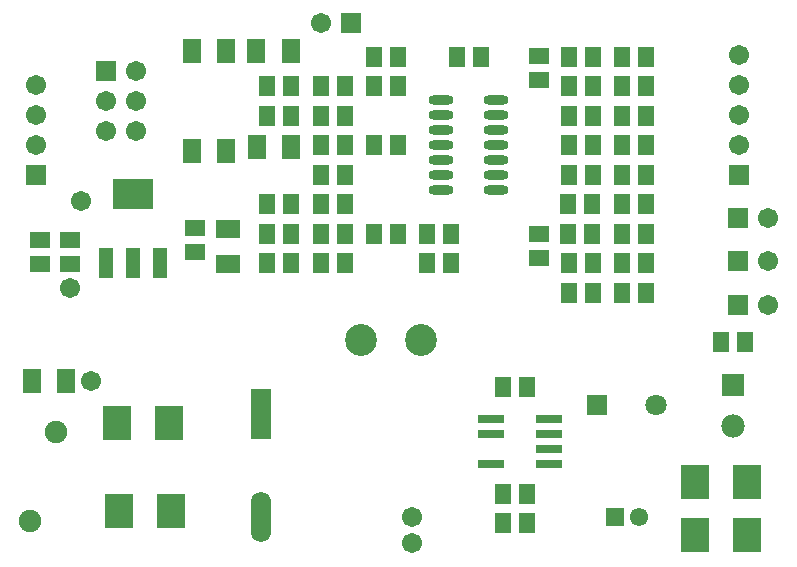
<source format=gts>
G04 Layer_Color=8388736*
%FSLAX44Y44*%
%MOMM*%
G71*
G01*
G75*
%ADD44R,1.8034X1.4732*%
%ADD45R,1.4732X1.8034*%
%ADD46R,1.5032X2.0532*%
%ADD47R,2.3622X2.9462*%
%ADD48R,2.0532X1.5032*%
%ADD49O,2.1032X0.8032*%
%ADD50R,1.7032X4.2672*%
%ADD51O,1.7032X4.2672*%
%ADD52R,2.2032X0.8032*%
%ADD53R,1.2032X2.6032*%
%ADD54R,3.5032X2.6032*%
%ADD55C,1.7032*%
%ADD56R,1.7032X1.7032*%
%ADD57C,1.7032*%
%ADD58C,1.9832*%
%ADD59R,1.9832X1.9832*%
%ADD60C,2.7032*%
%ADD61R,1.7032X1.7032*%
%ADD62R,1.8032X1.8032*%
%ADD63C,1.8032*%
%ADD64R,1.5532X1.5532*%
%ADD65C,1.5532*%
%ADD66C,1.9032*%
D44*
X475880Y410000D02*
D03*
Y430320D02*
D03*
X53340Y274320D02*
D03*
Y254000D02*
D03*
X78740Y274320D02*
D03*
Y254000D02*
D03*
X184150Y264160D02*
D03*
Y284480D02*
D03*
X475880Y280160D02*
D03*
Y259840D02*
D03*
D45*
X566040Y430000D02*
D03*
X545720D02*
D03*
X629920Y187960D02*
D03*
X650240D02*
D03*
X444840Y60000D02*
D03*
X465160D02*
D03*
X465160Y35000D02*
D03*
X444840D02*
D03*
X444840Y150000D02*
D03*
X465160D02*
D03*
X545720Y405000D02*
D03*
X566040D02*
D03*
X545880Y355000D02*
D03*
X566200D02*
D03*
X265430Y304800D02*
D03*
X245110D02*
D03*
X521200Y405000D02*
D03*
X500880D02*
D03*
X566040Y380000D02*
D03*
X545720D02*
D03*
X500720Y430000D02*
D03*
X521040D02*
D03*
X521040Y380000D02*
D03*
X500720D02*
D03*
X566200Y330000D02*
D03*
X545880D02*
D03*
X521040Y355000D02*
D03*
X500720D02*
D03*
X500720Y230000D02*
D03*
X521040D02*
D03*
X520880Y280000D02*
D03*
X500560D02*
D03*
X566040Y230000D02*
D03*
X545720D02*
D03*
X500720Y255000D02*
D03*
X521040D02*
D03*
X520880Y305000D02*
D03*
X500560D02*
D03*
X566040Y280000D02*
D03*
X545720D02*
D03*
X521040Y330000D02*
D03*
X500720D02*
D03*
X335720Y280000D02*
D03*
X356040D02*
D03*
X380720Y255000D02*
D03*
X401040D02*
D03*
X290720Y280000D02*
D03*
X311040D02*
D03*
X380720D02*
D03*
X401040D02*
D03*
X290720Y305000D02*
D03*
X311040D02*
D03*
X245560Y280000D02*
D03*
X265880D02*
D03*
X290720Y330000D02*
D03*
X311040D02*
D03*
X335720Y405000D02*
D03*
X356040D02*
D03*
X335720Y430000D02*
D03*
X356040D02*
D03*
X290720Y405000D02*
D03*
X311040D02*
D03*
X405880Y430000D02*
D03*
X426200D02*
D03*
X290880Y380000D02*
D03*
X311200D02*
D03*
X290720Y355000D02*
D03*
X311040D02*
D03*
X545720Y255000D02*
D03*
X566040D02*
D03*
X545720Y305000D02*
D03*
X566040D02*
D03*
X290720Y255000D02*
D03*
X311040D02*
D03*
X266040Y405000D02*
D03*
X245720D02*
D03*
X265880Y380000D02*
D03*
X245560D02*
D03*
X356040Y355000D02*
D03*
X335720D02*
D03*
X245560Y255000D02*
D03*
X265880D02*
D03*
D46*
X75000Y155000D02*
D03*
X46000D02*
D03*
X236380Y435000D02*
D03*
X265380D02*
D03*
X181880D02*
D03*
X210880D02*
D03*
X236960Y353060D02*
D03*
X265960D02*
D03*
X181880Y350000D02*
D03*
X210880D02*
D03*
D47*
X607900Y70000D02*
D03*
X652100D02*
D03*
X607900Y25000D02*
D03*
X652100D02*
D03*
X162100Y120000D02*
D03*
X117900D02*
D03*
X120000Y45000D02*
D03*
X164200D02*
D03*
D48*
X212090Y254740D02*
D03*
Y283740D02*
D03*
D49*
X439380Y316900D02*
D03*
Y329600D02*
D03*
Y342300D02*
D03*
Y355000D02*
D03*
Y367700D02*
D03*
Y380400D02*
D03*
Y393100D02*
D03*
X392380Y316900D02*
D03*
Y329600D02*
D03*
Y342300D02*
D03*
Y355000D02*
D03*
Y367700D02*
D03*
Y380400D02*
D03*
Y393100D02*
D03*
D50*
X240000Y127630D02*
D03*
D51*
Y40000D02*
D03*
D52*
X435000Y123100D02*
D03*
Y110400D02*
D03*
Y85000D02*
D03*
X484000Y123100D02*
D03*
Y110400D02*
D03*
Y97700D02*
D03*
Y85000D02*
D03*
D53*
X109080Y255480D02*
D03*
X132080Y255480D02*
D03*
X155080Y255480D02*
D03*
D54*
X132080Y313480D02*
D03*
D55*
X368300Y17780D02*
D03*
X96520Y154940D02*
D03*
X78740Y233680D02*
D03*
X87630Y307340D02*
D03*
X367660Y40000D02*
D03*
D56*
X643890Y256540D02*
D03*
Y293370D02*
D03*
X316230Y458470D02*
D03*
X643890Y219710D02*
D03*
D57*
X669290Y256540D02*
D03*
Y293370D02*
D03*
X290830Y458470D02*
D03*
X669290Y219710D02*
D03*
X49530Y355400D02*
D03*
Y380800D02*
D03*
Y406200D02*
D03*
X645000Y355400D02*
D03*
Y380800D02*
D03*
Y406200D02*
D03*
Y431600D02*
D03*
X134620Y367030D02*
D03*
X109220D02*
D03*
X134620Y392430D02*
D03*
X109220D02*
D03*
X134620Y417830D02*
D03*
D58*
X640080Y117120D02*
D03*
D59*
Y152120D02*
D03*
D60*
X375800Y190000D02*
D03*
X325000D02*
D03*
D61*
X49530Y330000D02*
D03*
X645000D02*
D03*
X109220Y417830D02*
D03*
D62*
X525000Y135000D02*
D03*
D63*
X575000D02*
D03*
D64*
X540000Y40000D02*
D03*
D65*
X560000D02*
D03*
D66*
X44840Y36900D02*
D03*
X66840Y111900D02*
D03*
M02*

</source>
